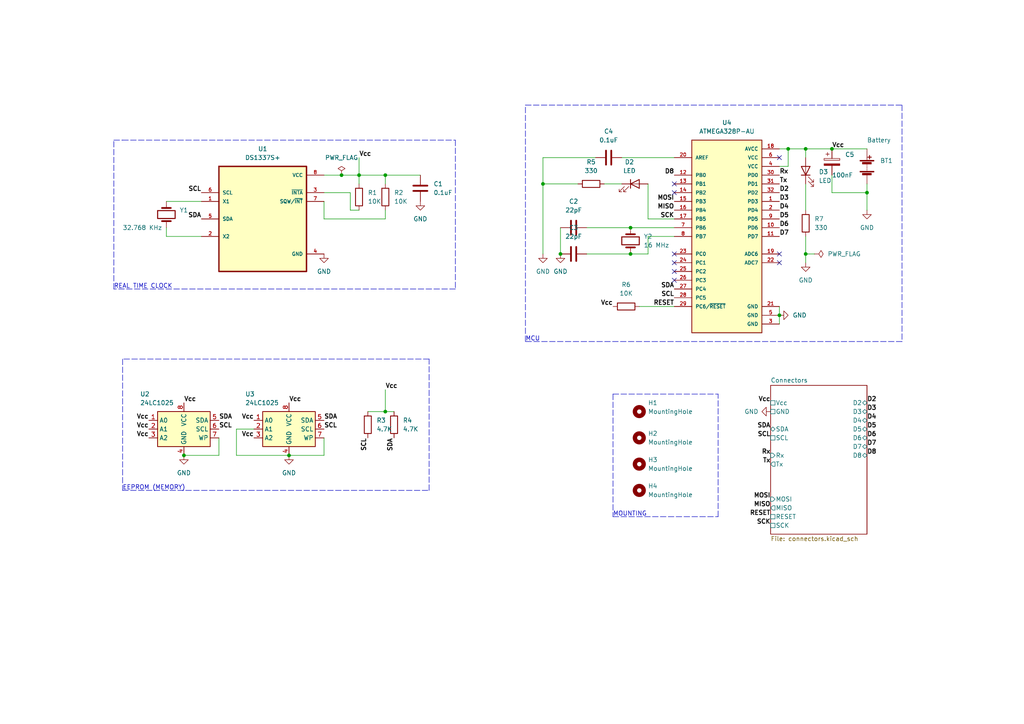
<source format=kicad_sch>
(kicad_sch (version 20211123) (generator eeschema)
  (paper "A4")
  (title_block (title "MCU_DATA_LOGGER") (date "2022-04-10") (rev "1"))
  (lib_symbols
    (symbol "ATMEGA328P-AU:ATMEGA328P-AU" (pin_names (offset 1.016))
      (property "Reference" "U4" (at 0 33.02 0))
      (property "Value" "ATMEGA328P-AU" (at 0 30.48 0))
      (symbol "ATMEGA328P-AU_0_0"
        (rectangle (start -10.16 -27.94) (end 10.16 27.94) (stroke (width 0.254)) (fill (type background)))
        (pin bidirectional line (at 15.24 10.16 180) (length 5.08) (name "PD3") (number "1"))
        (pin bidirectional line (at 15.24 2.54 180) (length 5.08) (name "PD6") (number "10"))
        (pin bidirectional line (at 15.24 0 180) (length 5.08) (name "PD7") (number "11"))
        (pin bidirectional line (at -15.24 17.78 0) (length 5.08) (name "PB0") (number "12"))
        (pin bidirectional line (at -15.24 15.24 0) (length 5.08) (name "PB1") (number "13"))
        (pin bidirectional line (at -15.24 12.7 0) (length 5.08) (name "PB2") (number "14"))
        (pin bidirectional line (at -15.24 10.16 0) (length 5.08) (name "PB3") (number "15"))
        (pin bidirectional line (at -15.24 7.62 0) (length 5.08) (name "PB4") (number "16"))
        (pin bidirectional line (at -15.24 5.08 0) (length 5.08) (name "PB5") (number "17"))
        (pin power_in line (at 15.24 25.4 180) (length 5.08) (name "AVCC") (number "18"))
        (pin bidirectional line (at 15.24 -5.08 180) (length 5.08) (name "ADC6") (number "19"))
        (pin bidirectional line (at 15.24 7.62 180) (length 5.08) (name "PD4") (number "2"))
        (pin input line (at -15.24 22.86 0) (length 5.08) (name "AREF") (number "20"))
        (pin power_in line (at 15.24 -20.32 180) (length 5.08) (name "GND") (number "21"))
        (pin bidirectional line (at 15.24 -7.62 180) (length 5.08) (name "ADC7") (number "22"))
        (pin bidirectional line (at -15.24 -5.08 0) (length 5.08) (name "PC0") (number "23"))
        (pin bidirectional line (at -15.24 -7.62 0) (length 5.08) (name "PC1") (number "24"))
        (pin bidirectional line (at -15.24 -10.16 0) (length 5.08) (name "PC2") (number "25"))
        (pin bidirectional line (at -15.24 -12.7 0) (length 5.08) (name "PC3") (number "26"))
        (pin bidirectional line (at -15.24 -15.24 0) (length 5.08) (name "PC4") (number "27"))
        (pin bidirectional line (at -15.24 -17.78 0) (length 5.08) (name "PC5") (number "28"))
        (pin bidirectional line (at -15.24 -20.32 0) (length 5.08) (name "PC6/~{RESET}") (number "29"))
        (pin power_in line (at 15.24 -25.4 180) (length 5.08) (name "GND") (number "3"))
        (pin bidirectional line (at 15.24 17.78 180) (length 5.08) (name "PD0") (number "30"))
        (pin bidirectional line (at 15.24 15.24 180) (length 5.08) (name "PD1") (number "31"))
        (pin bidirectional line (at 15.24 12.7 180) (length 5.08) (name "PD2") (number "32"))
        (pin power_in line (at 15.24 20.32 180) (length 5.08) (name "VCC") (number "4"))
        (pin power_in line (at 15.24 -22.86 180) (length 5.08) (name "GND") (number "5"))
        (pin power_in line (at 15.24 22.86 180) (length 5.08) (name "VCC") (number "6"))
        (pin bidirectional line (at -15.24 2.54 0) (length 5.08) (name "PB6") (number "7"))
        (pin bidirectional line (at -15.24 0 0) (length 5.08) (name "PB7") (number "8"))
        (pin bidirectional line (at 15.24 5.08 180) (length 5.08) (name "PD5") (number "9"))
      )
    )
    (symbol "Device:Battery" (pin_numbers hide) (pin_names (offset 0) hide)
      (property "Reference" "BT" (at 2.54 2.54 0))
      (property "Value" "Battery" (at 2.54 0 0))
      (symbol "Battery_0_1"
        (rectangle (start -2.032 -1.397) (end 2.032 -1.651) (fill (type outline)))
        (rectangle (start -2.032 1.778) (end 2.032 1.524) (fill (type outline)))
        (rectangle (start -1.3208 -1.9812) (end 1.27 -2.4892) (fill (type outline)))
        (rectangle (start -1.3208 1.1938) (end 1.27 0.6858) (fill (type outline)))
        (polyline (pts (xy 0 -1.524) (xy 0 -1.27)))
        (polyline (pts (xy 0 -1.016) (xy 0 -0.762)))
        (polyline (pts (xy 0 -0.508) (xy 0 -0.254)))
        (polyline (pts (xy 0 0) (xy 0 0.254)))
        (polyline (pts (xy 0 0.508) (xy 0 0.762)))
        (polyline (pts (xy 0 1.778) (xy 0 2.54)))
        (polyline (pts (xy 0.254 2.667) (xy 1.27 2.667)) (stroke (width 0.254)))
        (polyline (pts (xy 0.762 3.175) (xy 0.762 2.159)) (stroke (width 0.254)))
      )
      (symbol "Battery_1_1"
        (pin passive line (at 0 5.08 270) (length 2.54) (name "+") (number "1"))
        (pin passive line (at 0 -5.08 90) (length 2.54) (name "-") (number "2"))
      )
    )
    (symbol "Device:C" (pin_numbers hide) (pin_names (offset 0.254))
      (property "Reference" "C" (at 0.635 2.54 0))
      (property "Value" "C" (at 0.635 -2.54 0))
      (symbol "C_0_1"
        (polyline (pts (xy -2.032 -0.762) (xy 2.032 -0.762)) (stroke (width 0.508)))
        (polyline (pts (xy -2.032 0.762) (xy 2.032 0.762)) (stroke (width 0.508)))
      )
      (symbol "C_1_1"
        (pin passive line (at 0 3.81 270) (length 2.794) (name "~") (number "1"))
        (pin passive line (at 0 -3.81 90) (length 2.794) (name "~") (number "2"))
      )
    )
    (symbol "Device:C_Polarized" (pin_numbers hide) (pin_names (offset 0.254))
      (property "Reference" "C" (at 0.635 2.54 0))
      (property "Value" "C_Polarized" (at 0.635 -2.54 0))
      (symbol "C_Polarized_0_1"
        (rectangle (start -2.286 0.508) (end 2.286 1.016))
        (polyline (pts (xy -1.778 2.286) (xy -0.762 2.286)))
        (polyline (pts (xy -1.27 2.794) (xy -1.27 1.778)))
        (rectangle (start 2.286 -0.508) (end -2.286 -1.016) (fill (type outline)))
      )
      (symbol "C_Polarized_1_1"
        (pin passive line (at 0 3.81 270) (length 2.794) (name "~") (number "1"))
        (pin passive line (at 0 -3.81 90) (length 2.794) (name "~") (number "2"))
      )
    )
    (symbol "Device:Crystal" (pin_numbers hide) (pin_names (offset 1.016) hide)
      (property "Reference" "Y" (at 0 3.81 0))
      (property "Value" "Crystal" (at 0 -3.81 0))
      (symbol "Crystal_0_1"
        (rectangle (start -1.143 2.54) (end 1.143 -2.54) (stroke (width 0.3048)))
        (polyline (pts (xy -2.54 0) (xy -1.905 0)))
        (polyline (pts (xy -1.905 -1.27) (xy -1.905 1.27)) (stroke (width 0.508)))
        (polyline (pts (xy 1.905 -1.27) (xy 1.905 1.27)) (stroke (width 0.508)))
        (polyline (pts (xy 2.54 0) (xy 1.905 0)))
      )
      (symbol "Crystal_1_1"
        (pin passive line (at -3.81 0 0) (length 1.27) (name "1") (number "1"))
        (pin passive line (at 3.81 0 180) (length 1.27) (name "2") (number "2"))
      )
    )
    (symbol "Device:LED" (pin_numbers hide) (pin_names (offset 1.016) hide)
      (property "Reference" "D" (at 0 2.54 0))
      (property "Value" "LED" (at 0 -2.54 0))
      (symbol "LED_0_1"
        (polyline (pts (xy -1.27 -1.27) (xy -1.27 1.27)) (stroke (width 0.254)))
        (polyline (pts (xy -1.27 0) (xy 1.27 0)))
        (polyline (pts (xy 1.27 -1.27) (xy 1.27 1.27) (xy -1.27 0) (xy 1.27 -1.27)) (stroke (width 0.254)))
        (polyline (pts (xy -3.048 -0.762) (xy -4.572 -2.286) (xy -3.81 -2.286) (xy -4.572 -2.286) (xy -4.572 -1.524)))
        (polyline (pts (xy -1.778 -0.762) (xy -3.302 -2.286) (xy -2.54 -2.286) (xy -3.302 -2.286) (xy -3.302 -1.524)))
      )
      (symbol "LED_1_1"
        (pin passive line (at -3.81 0 0) (length 2.54) (name "K") (number "1"))
        (pin passive line (at 3.81 0 180) (length 2.54) (name "A") (number "2"))
      )
    )
    (symbol "Device:R" (pin_numbers hide) (pin_names (offset 0))
      (property "Reference" "R" (at 2.032 0 90))
      (property "Value" "R" (at 0 0 90))
      (symbol "R_0_1"
        (rectangle (start -1.016 -2.54) (end 1.016 2.54) (stroke (width 0.254)))
      )
      (symbol "R_1_1"
        (pin passive line (at 0 3.81 270) (length 1.27) (name "~") (number "1"))
        (pin passive line (at 0 -3.81 90) (length 1.27) (name "~") (number "2"))
      )
    )
    (symbol "Mechanical:MountingHole" (pin_names (offset 1.016))
      (property "Reference" "H" (at 0 5.08 0))
      (property "Value" "MountingHole" (at 0 3.175 0))
      (symbol "MountingHole_0_1"
        (circle (center 0 0) (radius 1.27) (stroke (width 1.27)))
      )
    )
    (symbol "Memory_EEPROM:24LC1025"
      (property "Reference" "U" (at -6.35 6.35 0))
      (property "Value" "24LC1025" (at 1.27 6.35 0))
      (symbol "24LC1025_1_1"
        (rectangle (start -7.62 5.08) (end 7.62 -5.08) (stroke (width 0.254)) (fill (type background)))
        (pin input line (at -10.16 2.54 0) (length 2.54) (name "A0") (number "1"))
        (pin input line (at -10.16 0 0) (length 2.54) (name "A1") (number "2"))
        (pin input line (at -10.16 -2.54 0) (length 2.54) (name "A2") (number "3"))
        (pin power_in line (at 0 -7.62 90) (length 2.54) (name "GND") (number "4"))
        (pin bidirectional line (at 10.16 2.54 180) (length 2.54) (name "SDA") (number "5"))
        (pin input line (at 10.16 0 180) (length 2.54) (name "SCL") (number "6"))
        (pin input line (at 10.16 -2.54 180) (length 2.54) (name "WP") (number "7"))
        (pin power_in line (at 0 7.62 270) (length 2.54) (name "VCC") (number "8"))
      )
    )
    (symbol "New_Library:DS1337S+" (pin_names (offset 1.016))
      (property "Reference" "U" (at -12.7 16.2306 0))
      (property "Value" "DS1337S+" (at -12.7 -19.2278 0))
      (symbol "DS1337S+_0_0"
        (rectangle (start -12.7 -15.24) (end 12.7 15.24) (stroke (width 0.4064)) (fill (type background)))
        (pin input line (at -17.78 5.08 0) (length 5.08) (name "X1") (number "1"))
        (pin bidirectional line (at -17.78 -5.08 0) (length 5.08) (name "X2") (number "2"))
        (pin output line (at 17.78 7.62 180) (length 5.08) (name "~{INTA}") (number "3"))
        (pin power_in line (at 17.78 -10.16 180) (length 5.08) (name "GND") (number "4"))
        (pin bidirectional line (at -17.78 0 0) (length 5.08) (name "SDA") (number "5"))
        (pin input line (at -17.78 7.62 0) (length 5.08) (name "SCL") (number "6"))
        (pin output line (at 17.78 5.08 180) (length 5.08) (name "SQW/~{INT}") (number "7"))
        (pin power_in line (at 17.78 12.7 180) (length 5.08) (name "VCC") (number "8"))
      )
    )
    (symbol "power:GND" (power) (pin_names (offset 0))
      (property "Value" "GND" (at 0 -3.81 0))
      (symbol "GND_0_1"
        (polyline (pts (xy 0 0) (xy 0 -1.27) (xy 1.27 -1.27) (xy 0 -2.54) (xy -1.27 -1.27) (xy 0 -1.27)))
      )
      (symbol "GND_1_1"
        (pin power_in line (at 0 0 270) (length 0) hide (name "GND") (number "1"))
      )
    )
    (symbol "power:PWR_FLAG" (power) (pin_numbers hide) (pin_names (offset 0) hide)
      (property "Value" "PWR_FLAG" (at 0 3.81 0))
      (symbol "PWR_FLAG_0_0"
        (pin power_out line (at 0 0 90) (length 0) (name "pwr") (number "1"))
      )
      (symbol "PWR_FLAG_0_1"
        (polyline (pts (xy 0 0) (xy 0 1.27) (xy -1.016 1.905) (xy 0 2.54) (xy 1.016 1.905) (xy 0 1.27)))
      )
    )
  )
  (junction (at 99.06 50.8))
  (junction (at 241.3 43.18))
  (junction (at 104.14 50.8))
  (junction (at 111.76 119.38))
  (junction (at 182.88 66.04))
  (junction (at 228.6 43.18))
  (junction (at 162.56 73.66))
  (junction (at 111.76 50.8))
  (junction (at 83.82 132.08))
  (junction (at 182.88 73.66))
  (junction (at 251.46 55.88))
  (junction (at 233.68 43.18))
  (junction (at 226.06 91.44))
  (junction (at 157.48 53.34))
  (junction (at 53.34 132.08))
  (junction (at 233.68 73.66))
  (no_connect (at 226.06 45.72))
  (no_connect (at 226.06 73.66))
  (no_connect (at 226.06 76.2))
  (no_connect (at 195.58 78.74))
  (no_connect (at 195.58 73.66))
  (no_connect (at 195.58 76.2))
  (no_connect (at 195.58 55.88))
  (no_connect (at 195.58 53.34))
  (no_connect (at 195.58 81.28))
  (polyline (pts (xy 177.8 114.3) (xy 208.28 114.3)))
  (wire (pts (xy 185.42 88.9) (xy 195.58 88.9)))
  (wire (pts (xy 63.5 132.08) (xy 53.34 132.08)))
  (wire (pts (xy 241.3 50.8) (xy 241.3 55.88)))
  (wire (pts (xy 226.06 91.44) (xy 226.06 93.98)))
  (wire (pts (xy 170.18 73.66) (xy 182.88 73.66)))
  (wire (pts (xy 233.68 43.18) (xy 241.3 43.18)))
  (polyline (pts (xy 35.56 142.24) (xy 124.46 142.24)))
  (wire (pts (xy 93.98 50.8) (xy 99.06 50.8)))
  (wire (pts (xy 172.72 45.72) (xy 157.48 45.72)))
  (wire (pts (xy 73.66 124.46) (xy 68.58 124.46)))
  (wire (pts (xy 241.3 55.88) (xy 251.46 55.88)))
  (wire (pts (xy 233.68 43.18) (xy 233.68 45.72)))
  (wire (pts (xy 233.68 73.66) (xy 236.22 73.66)))
  (polyline (pts (xy 177.8 114.3) (xy 177.8 149.86)))
  (polyline (pts (xy 261.62 30.48) (xy 261.62 99.06)))
  (wire (pts (xy 157.48 45.72) (xy 157.48 53.34)))
  (wire (pts (xy 111.76 50.8) (xy 121.92 50.8)))
  (polyline (pts (xy 35.56 104.14) (xy 35.56 142.24)))
  (wire (pts (xy 187.96 73.66) (xy 182.88 73.66)))
  (polyline (pts (xy 177.8 149.86) (xy 208.28 149.86)))
  (polyline (pts (xy 33.02 83.82) (xy 33.02 40.64)))
  (polyline (pts (xy 33.02 40.64) (xy 35.56 40.64)))
  (wire (pts (xy 175.26 53.34) (xy 180.34 53.34)))
  (wire (pts (xy 187.96 68.58) (xy 195.58 68.58)))
  (wire (pts (xy 104.14 50.8) (xy 104.14 53.34)))
  (wire (pts (xy 93.98 55.88) (xy 101.6 55.88)))
  (polyline (pts (xy 35.56 40.64) (xy 132.08 40.64)))
  (wire (pts (xy 251.46 55.88) (xy 251.46 60.96)))
  (polyline (pts (xy 132.08 40.64) (xy 132.08 83.82)))
  (wire (pts (xy 187.96 68.58) (xy 187.96 73.66)))
  (wire (pts (xy 111.76 113.03) (xy 111.76 119.38)))
  (wire (pts (xy 162.56 66.04) (xy 162.56 73.66)))
  (polyline (pts (xy 132.08 83.82) (xy 33.02 83.82)))
  (wire (pts (xy 111.76 119.38) (xy 114.3 119.38)))
  (polyline (pts (xy 208.28 149.86) (xy 208.28 114.3)))
  (wire (pts (xy 93.98 63.5) (xy 111.76 63.5)))
  (polyline (pts (xy 124.46 142.24) (xy 124.46 104.14)))
  (wire (pts (xy 106.68 119.38) (xy 111.76 119.38)))
  (wire (pts (xy 48.26 58.42) (xy 58.42 58.42)))
  (wire (pts (xy 93.98 58.42) (xy 93.98 63.5)))
  (wire (pts (xy 233.68 73.66) (xy 233.68 76.2)))
  (wire (pts (xy 187.96 63.5) (xy 187.96 53.34)))
  (wire (pts (xy 104.14 45.72) (xy 104.14 50.8)))
  (polyline (pts (xy 152.4 30.48) (xy 261.62 30.48)))
  (wire (pts (xy 99.06 50.8) (xy 104.14 50.8)))
  (wire (pts (xy 111.76 50.8) (xy 111.76 53.34)))
  (wire (pts (xy 157.48 53.34) (xy 157.48 73.66)))
  (wire (pts (xy 93.98 127) (xy 93.98 132.08)))
  (wire (pts (xy 226.06 88.9) (xy 226.06 91.44)))
  (wire (pts (xy 233.68 53.34) (xy 233.68 60.96)))
  (wire (pts (xy 63.5 127) (xy 63.5 132.08)))
  (wire (pts (xy 241.3 43.18) (xy 251.46 43.18)))
  (wire (pts (xy 48.26 68.58) (xy 58.42 68.58)))
  (wire (pts (xy 167.64 53.34) (xy 157.48 53.34)))
  (wire (pts (xy 228.6 43.18) (xy 233.68 43.18)))
  (wire (pts (xy 182.88 66.04) (xy 195.58 66.04)))
  (wire (pts (xy 226.06 48.26) (xy 228.6 48.26)))
  (polyline (pts (xy 124.46 104.14) (xy 35.56 104.14)))
  (wire (pts (xy 180.34 45.72) (xy 195.58 45.72)))
  (wire (pts (xy 48.26 66.04) (xy 48.26 68.58)))
  (wire (pts (xy 251.46 53.34) (xy 251.46 55.88)))
  (wire (pts (xy 101.6 60.96) (xy 104.14 60.96)))
  (polyline (pts (xy 152.4 99.06) (xy 152.4 30.48)))
  (wire (pts (xy 226.06 43.18) (xy 228.6 43.18)))
  (wire (pts (xy 68.58 132.08) (xy 83.82 132.08)))
  (wire (pts (xy 68.58 124.46) (xy 68.58 132.08)))
  (wire (pts (xy 101.6 55.88) (xy 101.6 60.96)))
  (wire (pts (xy 93.98 132.08) (xy 83.82 132.08)))
  (wire (pts (xy 104.14 50.8) (xy 111.76 50.8)))
  (wire (pts (xy 111.76 63.5) (xy 111.76 60.96)))
  (wire (pts (xy 195.58 63.5) (xy 187.96 63.5)))
  (wire (pts (xy 228.6 48.26) (xy 228.6 43.18)))
  (polyline (pts (xy 261.62 99.06) (xy 152.4 99.06)))
  (wire (pts (xy 233.68 68.58) (xy 233.68 73.66)))
  (wire (pts (xy 170.18 66.04) (xy 182.88 66.04)))
  (text "MOUNTING" (at 177.8 149.86 0) (effects (font (size 1.27 1.27)) (justify left bottom)))
  (text "REAL TIME CLOCK" (at 33.02 83.82 0) (effects (font (size 1.27 1.27)) (justify left bottom)))
  (text "EEPROM (MEMORY)\n" (at 35.56 142.24 0) (effects (font (size 1.27 1.27)) (justify left bottom)))
  (text "MCU" (at 152.4 99.06 0) (effects (font (size 1.27 1.27)) (justify left bottom)))
  (label "MOSI" (at 195.58 58.42 180) (effects (font bold)))
  (label "D8" (at 195.58 50.8 180) (effects (font (thickness 0.254) bold)))
  (label "D7" (at 251.46 129.54 0) (effects (font bold)))
  (label "Rx" (at 226.06 50.8 0) (effects (font bold)))
  (label "SDA" (at 223.52 124.46 180) (effects (font bold)))
  (label "D2" (at 251.46 116.84 0) (effects (font bold)))
  (label "Vcc" (at 104.14 45.72 0) (effects (font bold)))
  (label "D6" (at 226.06 66.04 0) (effects (font bold)))
  (label "D5" (at 226.06 63.5 0) (effects (font bold)))
  (label "D4" (at 226.06 60.96 0) (effects (font bold)))
  (label "RESET" (at 223.52 149.86 180) (effects (font bold)))
  (label "Tx" (at 223.52 134.62 180) (effects (font bold)))
  (label "SCL" (at 223.52 127 180) (effects (font bold)))
  (label "D5" (at 251.46 124.46 0) (effects (font bold)))
  (label "MISO" (at 223.52 147.32 180) (effects (font bold)))
  (label "Vcc" (at 43.18 121.92 180) (effects (font bold)))
  (label "SDA" (at 63.5 121.92 0) (effects (font bold)))
  (label "D7" (at 226.06 68.58 0) (effects (font bold)))
  (label "Vcc" (at 43.18 127 180) (effects (font bold)))
  (label "SCL" (at 63.5 124.46 0) (effects (font bold)))
  (label "SCK" (at 195.58 63.5 180) (effects (font bold)))
  (label "D8" (at 251.46 132.08 0) (effects (font (thickness 0.254) bold)))
  (label "D6" (at 251.46 127 0) (effects (font bold)))
  (label "Rx" (at 223.52 132.08 180) (effects (font bold)))
  (label "Vcc" (at 241.3 43.18 0) (effects (font bold)))
  (label "MOSI" (at 223.52 144.78 180) (effects (font bold)))
  (label "D2" (at 226.06 55.88 0) (effects (font bold)))
  (label "Vcc" (at 53.34 116.84 0) (effects (font bold)))
  (label "SDA" (at 93.98 121.92 0) (effects (font bold)))
  (label "D3" (at 251.46 119.38 0) (effects (font bold)))
  (label "Vcc" (at 177.8 88.9 180) (effects (font bold)))
  (label "D4" (at 251.46 121.92 0) (effects (font bold)))
  (label "Tx" (at 226.06 53.34 0) (effects (font bold)))
  (label "SCL" (at 58.42 55.88 180) (effects (font (thickness 0.254) bold)))
  (label "Vcc" (at 43.18 124.46 180) (effects (font bold)))
  (label "SCL" (at 195.58 86.36 180) (effects (font bold)))
  (label "SCL" (at 106.68 127 270) (effects (font bold)))
  (label "RESET" (at 195.58 88.9 180) (effects (font bold)))
  (label "D3" (at 226.06 58.42 0) (effects (font bold)))
  (label "SDA" (at 195.58 83.82 180) (effects (font bold)))
  (label "Vcc" (at 111.76 113.03 0) (effects (font bold)))
  (label "MISO" (at 195.58 60.96 180) (effects (font bold)))
  (label "Vcc" (at 73.66 127 180) (effects (font bold)))
  (label "Vcc" (at 83.82 116.84 0) (effects (font bold)))
  (label "Vcc" (at 73.66 121.92 180) (effects (font bold)))
  (label "SCL" (at 93.98 124.46 0) (effects (font bold)))
  (label "SCK" (at 223.52 152.4 180) (effects (font bold)))
  (label "SDA" (at 58.42 63.5 180) (effects (font bold)))
  (label "Vcc" (at 223.52 116.84 180) (effects (font bold)))
  (label "SDA" (at 114.3 127 270) (effects (font bold)))
  (symbol (lib_id "Device:C") (at 176.53 45.72 90) (unit 1)
    (property "Reference" "C4" (at 176.53 38.1 90))
    (property "Value" "0.1uF" (at 176.53 40.64 90))
    (property "Footprint" "Capacitor_SMD:C_0805_2012Metric" (effects hide))
  )
  (symbol (lib_id "power:PWR_FLAG") (at 236.22 73.66 270) (unit 1)
    (property "Reference" "#FLG0102" (effects hide))
    (property "Value" "PWR_FLAG" (at 240.03 73.6599 90) (effects (justify left)))
  )
  (symbol (lib_id "Device:Crystal") (at 48.26 62.23 90) (unit 1)
    (property "Reference" "Y1" (at 52.07 60.9599 90) (effects (justify right)))
    (property "Value" "32.768 KHz" (at 35.56 66.04 90) (effects (justify right)))
    (property "Footprint" "Crystal:Crystal_SMD_5032-2Pin_5.0x3.2mm_HandSoldering" (effects hide))
  )
  (symbol (lib_id "Memory_EEPROM:24LC1025") (at 53.34 124.46 0) (unit 1)
    (property "Reference" "U2" (at 40.64 114.3 0) (effects (justify left)))
    (property "Value" "24LC1025" (at 40.64 116.84 0) (effects (justify left)))
    (property "Footprint" "Package_SO:SOIC-8_5.23x5.23mm_P1.27mm" (effects hide))
    (property "Datasheet" "http://ww1.microchip.com/downloads/en/DeviceDoc/21941B.pdf" (effects hide))
  )
  (symbol (lib_id "Device:C") (at 166.37 73.66 90) (unit 1)
    (property "Reference" "C3" (at 166.37 66.04 90))
    (property "Value" "22pF" (at 166.37 68.58 90))
    (property "Footprint" "Capacitor_SMD:C_0805_2012Metric" (effects hide))
  )
  (symbol (lib_id "power:GND") (at 93.98 73.66 0) (unit 1)
    (property "Reference" "#PWR0103" (effects hide))
    (property "Value" "GND" (at 93.98 78.74 0))
  )
  (symbol (lib_id "Memory_EEPROM:24LC1025") (at 83.82 124.46 0) (unit 1)
    (property "Reference" "U3" (at 71.12 114.3 0) (effects (justify left)))
    (property "Value" "24LC1025" (at 71.12 116.84 0) (effects (justify left)))
    (property "Footprint" "Package_SO:SOIC-8_5.23x5.23mm_P1.27mm" (effects hide))
    (property "Datasheet" "http://ww1.microchip.com/downloads/en/DeviceDoc/21941B.pdf" (effects hide))
  )
  (symbol (lib_id "Device:R") (at 171.45 53.34 90) (unit 1)
    (property "Reference" "R5" (at 171.45 46.99 90))
    (property "Value" "330" (at 171.45 49.53 90))
    (property "Footprint" "Resistor_SMD:R_0805_2012Metric" (effects hide))
  )
  (symbol (lib_id "power:GND") (at 53.34 132.08 0) (unit 1)
    (property "Reference" "#PWR0101" (effects hide))
    (property "Value" "GND" (at 53.34 137.16 0))
  )
  (symbol (lib_id "power:GND") (at 157.48 73.66 0) (unit 1)
    (property "Reference" "#PWR0107" (effects hide))
    (property "Value" "GND" (at 157.48 78.74 0))
  )
  (symbol (lib_id "Device:C") (at 166.37 66.04 90) (unit 1)
    (property "Reference" "C2" (at 166.37 58.42 90))
    (property "Value" "22pF" (at 166.37 60.96 90))
    (property "Footprint" "Capacitor_SMD:C_0805_2012Metric" (effects hide))
  )
  (symbol (lib_id "Device:R") (at 104.14 57.15 0) (unit 1)
    (property "Reference" "R1" (at 106.68 55.8799 0) (effects (justify left)))
    (property "Value" "10K" (at 106.68 58.4199 0) (effects (justify left)))
    (property "Footprint" "Resistor_SMD:R_0805_2012Metric" (effects hide))
  )
  (symbol (lib_id "power:GND") (at 251.46 60.96 0) (unit 1)
    (property "Reference" "#PWR0106" (effects hide))
    (property "Value" "GND" (at 251.46 66.04 0))
  )
  (symbol (lib_id "Device:Crystal") (at 182.88 69.85 90) (unit 1)
    (property "Reference" "Y2" (at 186.69 68.5799 90) (effects (justify right)))
    (property "Value" "16 MHz" (at 186.69 71.1199 90) (effects (justify right)))
    (property "Footprint" "Crystal:Crystal_SMD_5032-2Pin_5.0x3.2mm_HandSoldering" (effects hide))
  )
  (symbol (lib_id "Mechanical:MountingHole") (at 185.42 127 0) (unit 1)
    (property "Reference" "H2" (at 187.96 125.7299 0) (effects (justify left)))
    (property "Value" "MountingHole" (at 187.96 128.2699 0) (effects (justify left)))
    (property "Footprint" "MountingHole:MountingHole_2.1mm" (effects hide))
  )
  (symbol (lib_id "power:PWR_FLAG") (at 99.06 50.8 0) (unit 1)
    (property "Reference" "#FLG0103" (effects hide))
    (property "Value" "PWR_FLAG" (at 99.06 45.72 0))
  )
  (symbol (lib_id "power:GND") (at 83.82 132.08 0) (unit 1)
    (property "Reference" "#PWR0102" (effects hide))
    (property "Value" "GND" (at 83.82 137.16 0))
  )
  (symbol (lib_id "Device:R") (at 233.68 64.77 0) (unit 1)
    (property "Reference" "R7" (at 236.22 63.4999 0) (effects (justify left)))
    (property "Value" "330" (at 236.22 66.0399 0) (effects (justify left)))
    (property "Footprint" "Resistor_SMD:R_0805_2012Metric" (effects hide))
  )
  (symbol (lib_id "Device:LED") (at 233.68 49.53 90) (unit 1)
    (property "Reference" "D3" (at 237.49 49.8474 90) (effects (justify right)))
    (property "Value" "LED" (at 237.49 52.3874 90) (effects (justify right)))
    (property "Footprint" "LED_SMD:LED_0805_2012Metric" (effects hide))
  )
  (symbol (lib_id "Device:R") (at 181.61 88.9 90) (unit 1)
    (property "Reference" "R6" (at 181.61 82.55 90))
    (property "Value" "10K" (at 181.61 85.09 90))
    (property "Footprint" "Resistor_SMD:R_0805_2012Metric" (effects hide))
  )
  (symbol (lib_id "power:GND") (at 223.52 119.38 270) (unit 1)
    (property "Reference" "#PWR0110" (effects hide))
    (property "Value" "GND" (at 215.9 119.38 90) (effects (justify left)))
  )
  (symbol (lib_id "Mechanical:MountingHole") (at 185.42 142.24 0) (unit 1)
    (property "Reference" "H4" (at 187.96 140.9699 0) (effects (justify left)))
    (property "Value" "MountingHole" (at 187.96 143.5099 0) (effects (justify left)))
    (property "Footprint" "MountingHole:MountingHole_2.1mm" (effects hide))
  )
  (symbol (lib_id "Device:R") (at 111.76 57.15 0) (unit 1)
    (property "Reference" "R2" (at 114.3 55.8799 0) (effects (justify left)))
    (property "Value" "10K" (at 114.3 58.4199 0) (effects (justify left)))
    (property "Footprint" "Resistor_SMD:R_0805_2012Metric" (effects hide))
  )
  (symbol (lib_id "Device:LED") (at 184.15 53.34 0) (unit 1)
    (property "Reference" "D2" (at 182.5625 46.99 0))
    (property "Value" "LED" (at 182.5625 49.53 0))
    (property "Footprint" "LED_SMD:LED_0805_2012Metric" (effects hide))
  )
  (symbol (lib_id "ATMEGA328P-AU:ATMEGA328P-AU") (at 210.82 68.58 0) (unit 1)
    (property "Reference" "U4" (at 210.82 35.56 0))
    (property "Value" "ATMEGA328P-AU" (at 210.82 38.1 0))
    (property "Footprint" "ATMEGA:QFP80P900X900X120-32N" (effects hide))
    (property "MANUFACTURER" "Atmel" (effects hide))
  )
  (symbol (lib_id "Device:R") (at 114.3 123.19 0) (unit 1)
    (property "Reference" "R4" (at 116.84 121.9199 0) (effects (justify left)))
    (property "Value" "4.7K" (at 116.84 124.4599 0) (effects (justify left)))
    (property "Footprint" "Resistor_SMD:R_0805_2012Metric" (effects hide))
  )
  (symbol (lib_id "Device:R") (at 106.68 123.19 0) (unit 1)
    (property "Reference" "R3" (at 109.22 121.9199 0) (effects (justify left)))
    (property "Value" "4.7K" (at 109.22 124.4599 0) (effects (justify left)))
    (property "Footprint" "Resistor_SMD:R_0805_2012Metric" (effects hide))
  )
  (symbol (lib_id "Device:C_Polarized") (at 241.3 46.99 0) (unit 1)
    (property "Reference" "C5" (at 245.11 44.8309 0) (effects (justify left)))
    (property "Value" "100nF" (at 241.3 50.8 0) (effects (justify left)))
    (property "Footprint" "Capacitor_SMD:C_0805_2012Metric" (effects hide))
  )
  (symbol (lib_id "Device:C") (at 121.92 54.61 0) (unit 1)
    (property "Reference" "C1" (at 125.73 53.3399 0) (effects (justify left)))
    (property "Value" "0.1uF" (at 125.73 55.8799 0) (effects (justify left)))
    (property "Footprint" "Capacitor_SMD:C_0805_2012Metric" (effects hide))
  )
  (symbol (lib_id "Mechanical:MountingHole") (at 185.42 119.38 0) (unit 1)
    (property "Reference" "H1" (at 187.96 116.84 0) (effects (justify left)))
    (property "Value" "MountingHole" (at 187.96 119.38 0) (effects (justify left)))
    (property "Footprint" "MountingHole:MountingHole_2.1mm" (effects hide))
  )
  (symbol (lib_id "power:GND") (at 233.68 76.2 0) (unit 1)
    (property "Reference" "#PWR0109" (effects hide))
    (property "Value" "GND" (at 233.68 81.28 0))
  )
  (symbol (lib_id "Device:Battery") (at 251.46 48.26 0) (unit 1)
    (property "Reference" "BT1" (at 255.27 46.6089 0) (effects (justify left)))
    (property "Value" "Battery" (at 251.46 40.64 0) (effects (justify left)))
    (property "Footprint" "Connector_PinHeader_2.54mm:PinHeader_1x02_P2.54mm_Vertical" (effects hide))
  )
  (symbol (lib_id "New_Library:DS1337S+") (at 76.2 63.5 0) (unit 1)
    (property "Reference" "U1" (at 76.2 43.18 0))
    (property "Value" "DS1337S+" (at 76.2 45.72 0))
    (property "Footprint" "DS1337S_:SOIC127P600X175-8N" (effects hide))
  )
  (symbol (lib_id "power:GND") (at 121.92 58.42 0) (unit 1)
    (property "Reference" "#PWR0104" (effects hide))
    (property "Value" "GND" (at 121.92 63.5 0))
  )
  (symbol (lib_id "Mechanical:MountingHole") (at 185.42 134.62 0) (unit 1)
    (property "Reference" "H3" (at 187.96 133.3499 0) (effects (justify left)))
    (property "Value" "MountingHole" (at 187.96 135.8899 0) (effects (justify left)))
    (property "Footprint" "MountingHole:MountingHole_2.1mm" (effects hide))
  )
  (symbol (lib_id "power:GND") (at 162.56 73.66 0) (unit 1)
    (property "Reference" "#PWR0108" (effects hide))
    (property "Value" "GND" (at 162.56 78.74 0))
  )
  (symbol (lib_id "power:GND") (at 226.06 91.44 90) (unit 1)
    (property "Reference" "#PWR0105" (effects hide))
    (property "Value" "GND" (at 229.87 91.4399 90) (effects (justify right)))
  )
  (sheet (at 223.52 111.76) (size 27.94 43.18) (stroke (width 0.1524))
    (property "Sheet name" "Connectors" (at 223.52 111.0484 0) (effects (justify left bottom)))
    (property "Sheet file" "connectors.kicad_sch" (at 223.52 155.5246 0) (effects (justify left top)))
    (pin "D2" bidirectional (at 251.46 116.84 0))
    (pin "D3" bidirectional (at 251.46 119.38 0))
    (pin "D4" bidirectional (at 251.46 121.92 0))
    (pin "D5" bidirectional (at 251.46 124.46 0))
    (pin "D8" bidirectional (at 251.46 132.08 0))
    (pin "GND" passive (at 223.52 119.38 180))
    (pin "Vcc" passive (at 223.52 116.84 180))
    (pin "SDA" bidirectional (at 223.52 124.46 180))
    (pin "Rx" input (at 223.52 132.08 180))
    (pin "Tx" output (at 223.52 134.62 180))
    (pin "D6" bidirectional (at 251.46 127 0))
    (pin "D7" bidirectional (at 251.46 129.54 0))
    (pin "MOSI" input (at 223.52 144.78 180))
    (pin "MISO" output (at 223.52 147.32 180))
    (pin "RESET" passive (at 223.52 149.86 180))
    (pin "SCK" passive (at 223.52 152.4 180))
    (pin "SCL" passive (at 223.52 127 180))
  )
)
</source>
